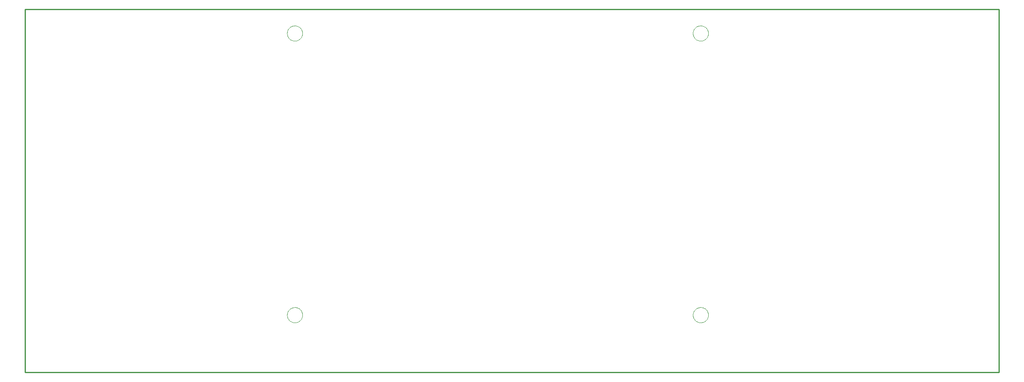
<source format=gko>
G75*
G70*
%OFA0B0*%
%FSLAX24Y24*%
%IPPOS*%
%LPD*%
%AMOC8*
5,1,8,0,0,1.08239X$1,22.5*
%
%ADD10C,0.0100*%
%ADD11C,0.0000*%
D10*
X009614Y005342D02*
X089929Y005342D01*
X089929Y035263D01*
X009614Y035263D01*
X009614Y005342D01*
D11*
X031229Y010067D02*
X031231Y010117D01*
X031237Y010167D01*
X031247Y010216D01*
X031261Y010264D01*
X031278Y010311D01*
X031299Y010356D01*
X031324Y010400D01*
X031352Y010441D01*
X031384Y010480D01*
X031418Y010517D01*
X031455Y010551D01*
X031495Y010581D01*
X031537Y010608D01*
X031581Y010632D01*
X031627Y010653D01*
X031674Y010669D01*
X031722Y010682D01*
X031772Y010691D01*
X031821Y010696D01*
X031872Y010697D01*
X031922Y010694D01*
X031971Y010687D01*
X032020Y010676D01*
X032068Y010661D01*
X032114Y010643D01*
X032159Y010621D01*
X032202Y010595D01*
X032243Y010566D01*
X032282Y010534D01*
X032318Y010499D01*
X032350Y010461D01*
X032380Y010421D01*
X032407Y010378D01*
X032430Y010334D01*
X032449Y010288D01*
X032465Y010240D01*
X032477Y010191D01*
X032485Y010142D01*
X032489Y010092D01*
X032489Y010042D01*
X032485Y009992D01*
X032477Y009943D01*
X032465Y009894D01*
X032449Y009846D01*
X032430Y009800D01*
X032407Y009756D01*
X032380Y009713D01*
X032350Y009673D01*
X032318Y009635D01*
X032282Y009600D01*
X032243Y009568D01*
X032202Y009539D01*
X032159Y009513D01*
X032114Y009491D01*
X032068Y009473D01*
X032020Y009458D01*
X031971Y009447D01*
X031922Y009440D01*
X031872Y009437D01*
X031821Y009438D01*
X031772Y009443D01*
X031722Y009452D01*
X031674Y009465D01*
X031627Y009481D01*
X031581Y009502D01*
X031537Y009526D01*
X031495Y009553D01*
X031455Y009583D01*
X031418Y009617D01*
X031384Y009654D01*
X031352Y009693D01*
X031324Y009734D01*
X031299Y009778D01*
X031278Y009823D01*
X031261Y009870D01*
X031247Y009918D01*
X031237Y009967D01*
X031231Y010017D01*
X031229Y010067D01*
X064693Y010067D02*
X064695Y010117D01*
X064701Y010167D01*
X064711Y010216D01*
X064725Y010264D01*
X064742Y010311D01*
X064763Y010356D01*
X064788Y010400D01*
X064816Y010441D01*
X064848Y010480D01*
X064882Y010517D01*
X064919Y010551D01*
X064959Y010581D01*
X065001Y010608D01*
X065045Y010632D01*
X065091Y010653D01*
X065138Y010669D01*
X065186Y010682D01*
X065236Y010691D01*
X065285Y010696D01*
X065336Y010697D01*
X065386Y010694D01*
X065435Y010687D01*
X065484Y010676D01*
X065532Y010661D01*
X065578Y010643D01*
X065623Y010621D01*
X065666Y010595D01*
X065707Y010566D01*
X065746Y010534D01*
X065782Y010499D01*
X065814Y010461D01*
X065844Y010421D01*
X065871Y010378D01*
X065894Y010334D01*
X065913Y010288D01*
X065929Y010240D01*
X065941Y010191D01*
X065949Y010142D01*
X065953Y010092D01*
X065953Y010042D01*
X065949Y009992D01*
X065941Y009943D01*
X065929Y009894D01*
X065913Y009846D01*
X065894Y009800D01*
X065871Y009756D01*
X065844Y009713D01*
X065814Y009673D01*
X065782Y009635D01*
X065746Y009600D01*
X065707Y009568D01*
X065666Y009539D01*
X065623Y009513D01*
X065578Y009491D01*
X065532Y009473D01*
X065484Y009458D01*
X065435Y009447D01*
X065386Y009440D01*
X065336Y009437D01*
X065285Y009438D01*
X065236Y009443D01*
X065186Y009452D01*
X065138Y009465D01*
X065091Y009481D01*
X065045Y009502D01*
X065001Y009526D01*
X064959Y009553D01*
X064919Y009583D01*
X064882Y009617D01*
X064848Y009654D01*
X064816Y009693D01*
X064788Y009734D01*
X064763Y009778D01*
X064742Y009823D01*
X064725Y009870D01*
X064711Y009918D01*
X064701Y009967D01*
X064695Y010017D01*
X064693Y010067D01*
X064693Y033295D02*
X064695Y033345D01*
X064701Y033395D01*
X064711Y033444D01*
X064725Y033492D01*
X064742Y033539D01*
X064763Y033584D01*
X064788Y033628D01*
X064816Y033669D01*
X064848Y033708D01*
X064882Y033745D01*
X064919Y033779D01*
X064959Y033809D01*
X065001Y033836D01*
X065045Y033860D01*
X065091Y033881D01*
X065138Y033897D01*
X065186Y033910D01*
X065236Y033919D01*
X065285Y033924D01*
X065336Y033925D01*
X065386Y033922D01*
X065435Y033915D01*
X065484Y033904D01*
X065532Y033889D01*
X065578Y033871D01*
X065623Y033849D01*
X065666Y033823D01*
X065707Y033794D01*
X065746Y033762D01*
X065782Y033727D01*
X065814Y033689D01*
X065844Y033649D01*
X065871Y033606D01*
X065894Y033562D01*
X065913Y033516D01*
X065929Y033468D01*
X065941Y033419D01*
X065949Y033370D01*
X065953Y033320D01*
X065953Y033270D01*
X065949Y033220D01*
X065941Y033171D01*
X065929Y033122D01*
X065913Y033074D01*
X065894Y033028D01*
X065871Y032984D01*
X065844Y032941D01*
X065814Y032901D01*
X065782Y032863D01*
X065746Y032828D01*
X065707Y032796D01*
X065666Y032767D01*
X065623Y032741D01*
X065578Y032719D01*
X065532Y032701D01*
X065484Y032686D01*
X065435Y032675D01*
X065386Y032668D01*
X065336Y032665D01*
X065285Y032666D01*
X065236Y032671D01*
X065186Y032680D01*
X065138Y032693D01*
X065091Y032709D01*
X065045Y032730D01*
X065001Y032754D01*
X064959Y032781D01*
X064919Y032811D01*
X064882Y032845D01*
X064848Y032882D01*
X064816Y032921D01*
X064788Y032962D01*
X064763Y033006D01*
X064742Y033051D01*
X064725Y033098D01*
X064711Y033146D01*
X064701Y033195D01*
X064695Y033245D01*
X064693Y033295D01*
X031229Y033295D02*
X031231Y033345D01*
X031237Y033395D01*
X031247Y033444D01*
X031261Y033492D01*
X031278Y033539D01*
X031299Y033584D01*
X031324Y033628D01*
X031352Y033669D01*
X031384Y033708D01*
X031418Y033745D01*
X031455Y033779D01*
X031495Y033809D01*
X031537Y033836D01*
X031581Y033860D01*
X031627Y033881D01*
X031674Y033897D01*
X031722Y033910D01*
X031772Y033919D01*
X031821Y033924D01*
X031872Y033925D01*
X031922Y033922D01*
X031971Y033915D01*
X032020Y033904D01*
X032068Y033889D01*
X032114Y033871D01*
X032159Y033849D01*
X032202Y033823D01*
X032243Y033794D01*
X032282Y033762D01*
X032318Y033727D01*
X032350Y033689D01*
X032380Y033649D01*
X032407Y033606D01*
X032430Y033562D01*
X032449Y033516D01*
X032465Y033468D01*
X032477Y033419D01*
X032485Y033370D01*
X032489Y033320D01*
X032489Y033270D01*
X032485Y033220D01*
X032477Y033171D01*
X032465Y033122D01*
X032449Y033074D01*
X032430Y033028D01*
X032407Y032984D01*
X032380Y032941D01*
X032350Y032901D01*
X032318Y032863D01*
X032282Y032828D01*
X032243Y032796D01*
X032202Y032767D01*
X032159Y032741D01*
X032114Y032719D01*
X032068Y032701D01*
X032020Y032686D01*
X031971Y032675D01*
X031922Y032668D01*
X031872Y032665D01*
X031821Y032666D01*
X031772Y032671D01*
X031722Y032680D01*
X031674Y032693D01*
X031627Y032709D01*
X031581Y032730D01*
X031537Y032754D01*
X031495Y032781D01*
X031455Y032811D01*
X031418Y032845D01*
X031384Y032882D01*
X031352Y032921D01*
X031324Y032962D01*
X031299Y033006D01*
X031278Y033051D01*
X031261Y033098D01*
X031247Y033146D01*
X031237Y033195D01*
X031231Y033245D01*
X031229Y033295D01*
M02*

</source>
